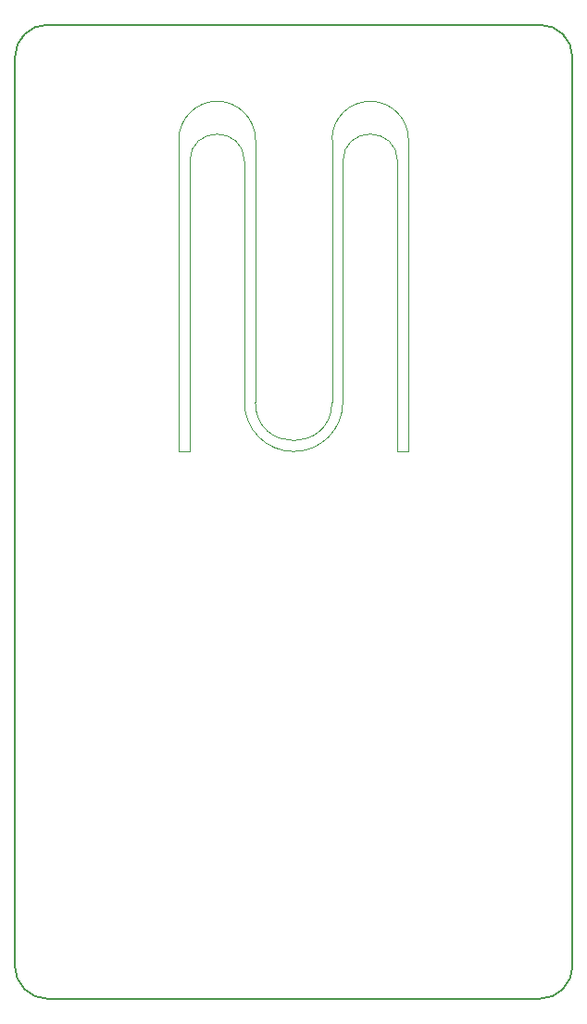
<source format=gbr>
G04 #@! TF.GenerationSoftware,KiCad,Pcbnew,5.1.0-unknown-3692c51~82~ubuntu16.04.1*
G04 #@! TF.CreationDate,2019-03-31T09:48:30-04:00*
G04 #@! TF.ProjectId,BalancingBusinessCardLights,42616c61-6e63-4696-9e67-427573696e65,rev?*
G04 #@! TF.SameCoordinates,Original*
G04 #@! TF.FileFunction,Profile,NP*
%FSLAX46Y46*%
G04 Gerber Fmt 4.6, Leading zero omitted, Abs format (unit mm)*
G04 Created by KiCad (PCBNEW 5.1.0-unknown-3692c51~82~ubuntu16.04.1) date 2019-03-31 09:48:30*
%MOMM*%
%LPD*%
G04 APERTURE LIST*
%ADD10C,0.150000*%
%ADD11C,0.100000*%
G04 APERTURE END LIST*
D10*
X184697801Y-55473789D02*
G75*
G02X187697801Y-52473789I3000000J0D01*
G01*
X232697801Y-52473789D02*
G75*
G02X235697801Y-55473789I0J-3000000D01*
G01*
X187697801Y-141473789D02*
G75*
G02X184697801Y-138473789I0J3000000D01*
G01*
X235697801Y-138473789D02*
G75*
G02X232697801Y-141473789I-3000000J0D01*
G01*
D11*
X214697801Y-86973789D02*
G75*
G02X210197801Y-91473789I-4500000J0D01*
G01*
X206697801Y-62973789D02*
X206697801Y-86973789D01*
X200697801Y-64973789D02*
G75*
G02X205697801Y-64973789I2500000J0D01*
G01*
X219697801Y-91473789D02*
X220697801Y-91473789D01*
X220697801Y-91473789D02*
X220697801Y-62973789D01*
X213697801Y-86973789D02*
G75*
G02X206697801Y-86973789I-3500000J0D01*
G01*
X214697801Y-86973789D02*
X214697801Y-64973789D01*
X214697801Y-64973789D02*
G75*
G02X219697801Y-64973789I2500000J0D01*
G01*
X213697801Y-62973789D02*
X213697801Y-86973789D01*
X205697801Y-86973789D02*
X205697801Y-64973789D01*
X200697801Y-64973789D02*
X200697801Y-91473789D01*
X200697801Y-91473789D02*
X199697801Y-91473789D01*
X217197801Y-59473789D02*
G75*
G02X220697801Y-62973789I0J-3500000D01*
G01*
X199697801Y-91473789D02*
X199697801Y-62973789D01*
X213697801Y-62973789D02*
G75*
G02X217197801Y-59473789I3500000J0D01*
G01*
X210197801Y-91473789D02*
G75*
G02X205697801Y-86973789I0J4500000D01*
G01*
X199697801Y-62973789D02*
G75*
G02X203197801Y-59473789I3500000J0D01*
G01*
X203197801Y-59473789D02*
G75*
G02X206697801Y-62973789I0J-3500000D01*
G01*
X219697801Y-64973789D02*
X219697801Y-91473789D01*
D10*
X187697801Y-141473789D02*
X232697801Y-141473789D01*
X184697801Y-55473789D02*
X184697801Y-138473789D01*
X232697801Y-52473789D02*
X187697801Y-52473789D01*
X235697801Y-138473789D02*
X235697801Y-55473789D01*
M02*

</source>
